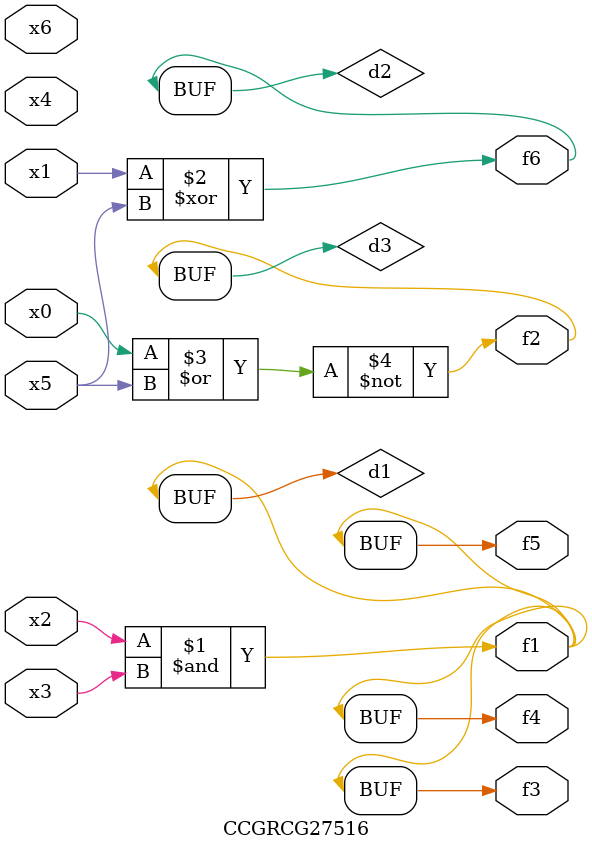
<source format=v>
module CCGRCG27516(
	input x0, x1, x2, x3, x4, x5, x6,
	output f1, f2, f3, f4, f5, f6
);

	wire d1, d2, d3;

	and (d1, x2, x3);
	xor (d2, x1, x5);
	nor (d3, x0, x5);
	assign f1 = d1;
	assign f2 = d3;
	assign f3 = d1;
	assign f4 = d1;
	assign f5 = d1;
	assign f6 = d2;
endmodule

</source>
